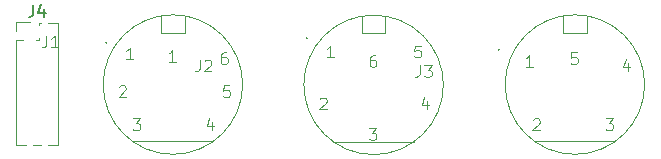
<source format=gbr>
%TF.GenerationSoftware,KiCad,Pcbnew,7.0.10*%
%TF.CreationDate,2025-03-26T19:50:04+01:00*%
%TF.ProjectId,ConnectorInterfaceBoard,436f6e6e-6563-4746-9f72-496e74657266,rev?*%
%TF.SameCoordinates,Original*%
%TF.FileFunction,Legend,Top*%
%TF.FilePolarity,Positive*%
%FSLAX46Y46*%
G04 Gerber Fmt 4.6, Leading zero omitted, Abs format (unit mm)*
G04 Created by KiCad (PCBNEW 7.0.10) date 2025-03-26 19:50:04*
%MOMM*%
%LPD*%
G01*
G04 APERTURE LIST*
%ADD10C,0.150000*%
%ADD11C,0.100000*%
%ADD12C,0.120000*%
G04 APERTURE END LIST*
D10*
X17014866Y-13634819D02*
X17014866Y-14349104D01*
X17014866Y-14349104D02*
X16967247Y-14491961D01*
X16967247Y-14491961D02*
X16872009Y-14587200D01*
X16872009Y-14587200D02*
X16729152Y-14634819D01*
X16729152Y-14634819D02*
X16633914Y-14634819D01*
X17919628Y-13968152D02*
X17919628Y-14634819D01*
X17681533Y-13587200D02*
X17443438Y-14301485D01*
X17443438Y-14301485D02*
X18062485Y-14301485D01*
D11*
X18095666Y-16228219D02*
X18095666Y-16942504D01*
X18095666Y-16942504D02*
X18048047Y-17085361D01*
X18048047Y-17085361D02*
X17952809Y-17180600D01*
X17952809Y-17180600D02*
X17809952Y-17228219D01*
X17809952Y-17228219D02*
X17714714Y-17228219D01*
X19095666Y-17228219D02*
X18524238Y-17228219D01*
X18809952Y-17228219D02*
X18809952Y-16228219D01*
X18809952Y-16228219D02*
X18714714Y-16371076D01*
X18714714Y-16371076D02*
X18619476Y-16466314D01*
X18619476Y-16466314D02*
X18524238Y-16513933D01*
X23132884Y-16747980D02*
X23180503Y-16795600D01*
X23180503Y-16795600D02*
X23132884Y-16843219D01*
X23132884Y-16843219D02*
X23085265Y-16795600D01*
X23085265Y-16795600D02*
X23132884Y-16747980D01*
X23132884Y-16747980D02*
X23132884Y-16843219D01*
X25437646Y-23243219D02*
X26056693Y-23243219D01*
X26056693Y-23243219D02*
X25723360Y-23624171D01*
X25723360Y-23624171D02*
X25866217Y-23624171D01*
X25866217Y-23624171D02*
X25961455Y-23671790D01*
X25961455Y-23671790D02*
X26009074Y-23719409D01*
X26009074Y-23719409D02*
X26056693Y-23814647D01*
X26056693Y-23814647D02*
X26056693Y-24052742D01*
X26056693Y-24052742D02*
X26009074Y-24147980D01*
X26009074Y-24147980D02*
X25961455Y-24195600D01*
X25961455Y-24195600D02*
X25866217Y-24243219D01*
X25866217Y-24243219D02*
X25580503Y-24243219D01*
X25580503Y-24243219D02*
X25485265Y-24195600D01*
X25485265Y-24195600D02*
X25437646Y-24147980D01*
X33609074Y-20443219D02*
X33132884Y-20443219D01*
X33132884Y-20443219D02*
X33085265Y-20919409D01*
X33085265Y-20919409D02*
X33132884Y-20871790D01*
X33132884Y-20871790D02*
X33228122Y-20824171D01*
X33228122Y-20824171D02*
X33466217Y-20824171D01*
X33466217Y-20824171D02*
X33561455Y-20871790D01*
X33561455Y-20871790D02*
X33609074Y-20919409D01*
X33609074Y-20919409D02*
X33656693Y-21014647D01*
X33656693Y-21014647D02*
X33656693Y-21252742D01*
X33656693Y-21252742D02*
X33609074Y-21347980D01*
X33609074Y-21347980D02*
X33561455Y-21395600D01*
X33561455Y-21395600D02*
X33466217Y-21443219D01*
X33466217Y-21443219D02*
X33228122Y-21443219D01*
X33228122Y-21443219D02*
X33132884Y-21395600D01*
X33132884Y-21395600D02*
X33085265Y-21347980D01*
X24285265Y-20538457D02*
X24332884Y-20490838D01*
X24332884Y-20490838D02*
X24428122Y-20443219D01*
X24428122Y-20443219D02*
X24666217Y-20443219D01*
X24666217Y-20443219D02*
X24761455Y-20490838D01*
X24761455Y-20490838D02*
X24809074Y-20538457D01*
X24809074Y-20538457D02*
X24856693Y-20633695D01*
X24856693Y-20633695D02*
X24856693Y-20728933D01*
X24856693Y-20728933D02*
X24809074Y-20871790D01*
X24809074Y-20871790D02*
X24237646Y-21443219D01*
X24237646Y-21443219D02*
X24856693Y-21443219D01*
X33361455Y-17643219D02*
X33170979Y-17643219D01*
X33170979Y-17643219D02*
X33075741Y-17690838D01*
X33075741Y-17690838D02*
X33028122Y-17738457D01*
X33028122Y-17738457D02*
X32932884Y-17881314D01*
X32932884Y-17881314D02*
X32885265Y-18071790D01*
X32885265Y-18071790D02*
X32885265Y-18452742D01*
X32885265Y-18452742D02*
X32932884Y-18547980D01*
X32932884Y-18547980D02*
X32980503Y-18595600D01*
X32980503Y-18595600D02*
X33075741Y-18643219D01*
X33075741Y-18643219D02*
X33266217Y-18643219D01*
X33266217Y-18643219D02*
X33361455Y-18595600D01*
X33361455Y-18595600D02*
X33409074Y-18547980D01*
X33409074Y-18547980D02*
X33456693Y-18452742D01*
X33456693Y-18452742D02*
X33456693Y-18214647D01*
X33456693Y-18214647D02*
X33409074Y-18119409D01*
X33409074Y-18119409D02*
X33361455Y-18071790D01*
X33361455Y-18071790D02*
X33266217Y-18024171D01*
X33266217Y-18024171D02*
X33075741Y-18024171D01*
X33075741Y-18024171D02*
X32980503Y-18071790D01*
X32980503Y-18071790D02*
X32932884Y-18119409D01*
X32932884Y-18119409D02*
X32885265Y-18214647D01*
X25456693Y-18243219D02*
X24885265Y-18243219D01*
X25170979Y-18243219D02*
X25170979Y-17243219D01*
X25170979Y-17243219D02*
X25075741Y-17386076D01*
X25075741Y-17386076D02*
X24980503Y-17481314D01*
X24980503Y-17481314D02*
X24885265Y-17528933D01*
X29056693Y-18443219D02*
X28485265Y-18443219D01*
X28770979Y-18443219D02*
X28770979Y-17443219D01*
X28770979Y-17443219D02*
X28675741Y-17586076D01*
X28675741Y-17586076D02*
X28580503Y-17681314D01*
X28580503Y-17681314D02*
X28485265Y-17728933D01*
X32161455Y-23576552D02*
X32161455Y-24243219D01*
X31923360Y-23195600D02*
X31685265Y-23909885D01*
X31685265Y-23909885D02*
X32304312Y-23909885D01*
X49731666Y-18728219D02*
X49731666Y-19442504D01*
X49731666Y-19442504D02*
X49684047Y-19585361D01*
X49684047Y-19585361D02*
X49588809Y-19680600D01*
X49588809Y-19680600D02*
X49445952Y-19728219D01*
X49445952Y-19728219D02*
X49350714Y-19728219D01*
X50112619Y-18728219D02*
X50731666Y-18728219D01*
X50731666Y-18728219D02*
X50398333Y-19109171D01*
X50398333Y-19109171D02*
X50541190Y-19109171D01*
X50541190Y-19109171D02*
X50636428Y-19156790D01*
X50636428Y-19156790D02*
X50684047Y-19204409D01*
X50684047Y-19204409D02*
X50731666Y-19299647D01*
X50731666Y-19299647D02*
X50731666Y-19537742D01*
X50731666Y-19537742D02*
X50684047Y-19632980D01*
X50684047Y-19632980D02*
X50636428Y-19680600D01*
X50636428Y-19680600D02*
X50541190Y-19728219D01*
X50541190Y-19728219D02*
X50255476Y-19728219D01*
X50255476Y-19728219D02*
X50160238Y-19680600D01*
X50160238Y-19680600D02*
X50112619Y-19632980D01*
X59292693Y-18843219D02*
X58721265Y-18843219D01*
X59006979Y-18843219D02*
X59006979Y-17843219D01*
X59006979Y-17843219D02*
X58911741Y-17986076D01*
X58911741Y-17986076D02*
X58816503Y-18081314D01*
X58816503Y-18081314D02*
X58721265Y-18128933D01*
X59321265Y-23338457D02*
X59368884Y-23290838D01*
X59368884Y-23290838D02*
X59464122Y-23243219D01*
X59464122Y-23243219D02*
X59702217Y-23243219D01*
X59702217Y-23243219D02*
X59797455Y-23290838D01*
X59797455Y-23290838D02*
X59845074Y-23338457D01*
X59845074Y-23338457D02*
X59892693Y-23433695D01*
X59892693Y-23433695D02*
X59892693Y-23528933D01*
X59892693Y-23528933D02*
X59845074Y-23671790D01*
X59845074Y-23671790D02*
X59273646Y-24243219D01*
X59273646Y-24243219D02*
X59892693Y-24243219D01*
X67397455Y-18576552D02*
X67397455Y-19243219D01*
X67159360Y-18195600D02*
X66921265Y-18909885D01*
X66921265Y-18909885D02*
X67540312Y-18909885D01*
X65473646Y-23243219D02*
X66092693Y-23243219D01*
X66092693Y-23243219D02*
X65759360Y-23624171D01*
X65759360Y-23624171D02*
X65902217Y-23624171D01*
X65902217Y-23624171D02*
X65997455Y-23671790D01*
X65997455Y-23671790D02*
X66045074Y-23719409D01*
X66045074Y-23719409D02*
X66092693Y-23814647D01*
X66092693Y-23814647D02*
X66092693Y-24052742D01*
X66092693Y-24052742D02*
X66045074Y-24147980D01*
X66045074Y-24147980D02*
X65997455Y-24195600D01*
X65997455Y-24195600D02*
X65902217Y-24243219D01*
X65902217Y-24243219D02*
X65616503Y-24243219D01*
X65616503Y-24243219D02*
X65521265Y-24195600D01*
X65521265Y-24195600D02*
X65473646Y-24147980D01*
X63045074Y-17643219D02*
X62568884Y-17643219D01*
X62568884Y-17643219D02*
X62521265Y-18119409D01*
X62521265Y-18119409D02*
X62568884Y-18071790D01*
X62568884Y-18071790D02*
X62664122Y-18024171D01*
X62664122Y-18024171D02*
X62902217Y-18024171D01*
X62902217Y-18024171D02*
X62997455Y-18071790D01*
X62997455Y-18071790D02*
X63045074Y-18119409D01*
X63045074Y-18119409D02*
X63092693Y-18214647D01*
X63092693Y-18214647D02*
X63092693Y-18452742D01*
X63092693Y-18452742D02*
X63045074Y-18547980D01*
X63045074Y-18547980D02*
X62997455Y-18595600D01*
X62997455Y-18595600D02*
X62902217Y-18643219D01*
X62902217Y-18643219D02*
X62664122Y-18643219D01*
X62664122Y-18643219D02*
X62568884Y-18595600D01*
X62568884Y-18595600D02*
X62521265Y-18547980D01*
X56368884Y-17347980D02*
X56416503Y-17395600D01*
X56416503Y-17395600D02*
X56368884Y-17443219D01*
X56368884Y-17443219D02*
X56321265Y-17395600D01*
X56321265Y-17395600D02*
X56368884Y-17347980D01*
X56368884Y-17347980D02*
X56368884Y-17443219D01*
X31088266Y-18253619D02*
X31088266Y-18967904D01*
X31088266Y-18967904D02*
X31040647Y-19110761D01*
X31040647Y-19110761D02*
X30945409Y-19206000D01*
X30945409Y-19206000D02*
X30802552Y-19253619D01*
X30802552Y-19253619D02*
X30707314Y-19253619D01*
X31516838Y-18348857D02*
X31564457Y-18301238D01*
X31564457Y-18301238D02*
X31659695Y-18253619D01*
X31659695Y-18253619D02*
X31897790Y-18253619D01*
X31897790Y-18253619D02*
X31993028Y-18301238D01*
X31993028Y-18301238D02*
X32040647Y-18348857D01*
X32040647Y-18348857D02*
X32088266Y-18444095D01*
X32088266Y-18444095D02*
X32088266Y-18539333D01*
X32088266Y-18539333D02*
X32040647Y-18682190D01*
X32040647Y-18682190D02*
X31469219Y-19253619D01*
X31469219Y-19253619D02*
X32088266Y-19253619D01*
X42449293Y-18068619D02*
X41877865Y-18068619D01*
X42163579Y-18068619D02*
X42163579Y-17068619D01*
X42163579Y-17068619D02*
X42068341Y-17211476D01*
X42068341Y-17211476D02*
X41973103Y-17306714D01*
X41973103Y-17306714D02*
X41877865Y-17354333D01*
X50354055Y-21801952D02*
X50354055Y-22468619D01*
X50115960Y-21421000D02*
X49877865Y-22135285D01*
X49877865Y-22135285D02*
X50496912Y-22135285D01*
X41277865Y-21563857D02*
X41325484Y-21516238D01*
X41325484Y-21516238D02*
X41420722Y-21468619D01*
X41420722Y-21468619D02*
X41658817Y-21468619D01*
X41658817Y-21468619D02*
X41754055Y-21516238D01*
X41754055Y-21516238D02*
X41801674Y-21563857D01*
X41801674Y-21563857D02*
X41849293Y-21659095D01*
X41849293Y-21659095D02*
X41849293Y-21754333D01*
X41849293Y-21754333D02*
X41801674Y-21897190D01*
X41801674Y-21897190D02*
X41230246Y-22468619D01*
X41230246Y-22468619D02*
X41849293Y-22468619D01*
X40125484Y-16373380D02*
X40173103Y-16421000D01*
X40173103Y-16421000D02*
X40125484Y-16468619D01*
X40125484Y-16468619D02*
X40077865Y-16421000D01*
X40077865Y-16421000D02*
X40125484Y-16373380D01*
X40125484Y-16373380D02*
X40125484Y-16468619D01*
X45954055Y-17868619D02*
X45763579Y-17868619D01*
X45763579Y-17868619D02*
X45668341Y-17916238D01*
X45668341Y-17916238D02*
X45620722Y-17963857D01*
X45620722Y-17963857D02*
X45525484Y-18106714D01*
X45525484Y-18106714D02*
X45477865Y-18297190D01*
X45477865Y-18297190D02*
X45477865Y-18678142D01*
X45477865Y-18678142D02*
X45525484Y-18773380D01*
X45525484Y-18773380D02*
X45573103Y-18821000D01*
X45573103Y-18821000D02*
X45668341Y-18868619D01*
X45668341Y-18868619D02*
X45858817Y-18868619D01*
X45858817Y-18868619D02*
X45954055Y-18821000D01*
X45954055Y-18821000D02*
X46001674Y-18773380D01*
X46001674Y-18773380D02*
X46049293Y-18678142D01*
X46049293Y-18678142D02*
X46049293Y-18440047D01*
X46049293Y-18440047D02*
X46001674Y-18344809D01*
X46001674Y-18344809D02*
X45954055Y-18297190D01*
X45954055Y-18297190D02*
X45858817Y-18249571D01*
X45858817Y-18249571D02*
X45668341Y-18249571D01*
X45668341Y-18249571D02*
X45573103Y-18297190D01*
X45573103Y-18297190D02*
X45525484Y-18344809D01*
X45525484Y-18344809D02*
X45477865Y-18440047D01*
X45430246Y-24068619D02*
X46049293Y-24068619D01*
X46049293Y-24068619D02*
X45715960Y-24449571D01*
X45715960Y-24449571D02*
X45858817Y-24449571D01*
X45858817Y-24449571D02*
X45954055Y-24497190D01*
X45954055Y-24497190D02*
X46001674Y-24544809D01*
X46001674Y-24544809D02*
X46049293Y-24640047D01*
X46049293Y-24640047D02*
X46049293Y-24878142D01*
X46049293Y-24878142D02*
X46001674Y-24973380D01*
X46001674Y-24973380D02*
X45954055Y-25021000D01*
X45954055Y-25021000D02*
X45858817Y-25068619D01*
X45858817Y-25068619D02*
X45573103Y-25068619D01*
X45573103Y-25068619D02*
X45477865Y-25021000D01*
X45477865Y-25021000D02*
X45430246Y-24973380D01*
X49801674Y-17068619D02*
X49325484Y-17068619D01*
X49325484Y-17068619D02*
X49277865Y-17544809D01*
X49277865Y-17544809D02*
X49325484Y-17497190D01*
X49325484Y-17497190D02*
X49420722Y-17449571D01*
X49420722Y-17449571D02*
X49658817Y-17449571D01*
X49658817Y-17449571D02*
X49754055Y-17497190D01*
X49754055Y-17497190D02*
X49801674Y-17544809D01*
X49801674Y-17544809D02*
X49849293Y-17640047D01*
X49849293Y-17640047D02*
X49849293Y-17878142D01*
X49849293Y-17878142D02*
X49801674Y-17973380D01*
X49801674Y-17973380D02*
X49754055Y-18021000D01*
X49754055Y-18021000D02*
X49658817Y-18068619D01*
X49658817Y-18068619D02*
X49420722Y-18068619D01*
X49420722Y-18068619D02*
X49325484Y-18021000D01*
X49325484Y-18021000D02*
X49277865Y-17973380D01*
D12*
%TO.C,J4*%
X18290730Y-25460000D02*
X19113200Y-25460000D01*
X19113200Y-15180000D02*
X19113200Y-25460000D01*
X15583200Y-25460000D02*
X16405670Y-25460000D01*
X15583200Y-16635000D02*
X16149729Y-16635000D01*
X17473200Y-15311529D02*
X17473200Y-15180000D01*
X17276671Y-16635000D02*
X17419729Y-16635000D01*
X17473200Y-16581529D02*
X17473200Y-16438471D01*
X15583200Y-15115000D02*
X16713200Y-15115000D01*
X17473200Y-15180000D02*
X17675670Y-15180000D01*
X17020730Y-25460000D02*
X17675670Y-25460000D01*
X15583200Y-16635000D02*
X15583200Y-25460000D01*
X15583200Y-15875000D02*
X15583200Y-15115000D01*
X18290730Y-15180000D02*
X19113200Y-15180000D01*
D11*
%TO.C,J1*%
X25429000Y-25170800D02*
X32229000Y-25170800D01*
X27829000Y-14570800D02*
X27829000Y-15970800D01*
X27829000Y-15970800D02*
X29829000Y-15970800D01*
X29829000Y-15970800D02*
X29829000Y-14570800D01*
X34734500Y-20370800D02*
G75*
G03*
X22923500Y-20370800I-5905500J0D01*
G01*
X22923500Y-20370800D02*
G75*
G03*
X34734500Y-20370800I5905500J0D01*
G01*
%TO.C,J3*%
X59465000Y-25170800D02*
X66265000Y-25170800D01*
X61865000Y-14570800D02*
X61865000Y-15970800D01*
X61865000Y-15970800D02*
X63865000Y-15970800D01*
X63865000Y-15970800D02*
X63865000Y-14570800D01*
X68770500Y-20370800D02*
G75*
G03*
X56959500Y-20370800I-5905500J0D01*
G01*
X56959500Y-20370800D02*
G75*
G03*
X68770500Y-20370800I5905500J0D01*
G01*
%TO.C,J2*%
X42421600Y-25196200D02*
X49221600Y-25196200D01*
X44821600Y-14596200D02*
X44821600Y-15996200D01*
X44821600Y-15996200D02*
X46821600Y-15996200D01*
X46821600Y-15996200D02*
X46821600Y-14596200D01*
X51727100Y-20396200D02*
G75*
G03*
X39916100Y-20396200I-5905500J0D01*
G01*
X39916100Y-20396200D02*
G75*
G03*
X51727100Y-20396200I5905500J0D01*
G01*
%TD*%
M02*

</source>
